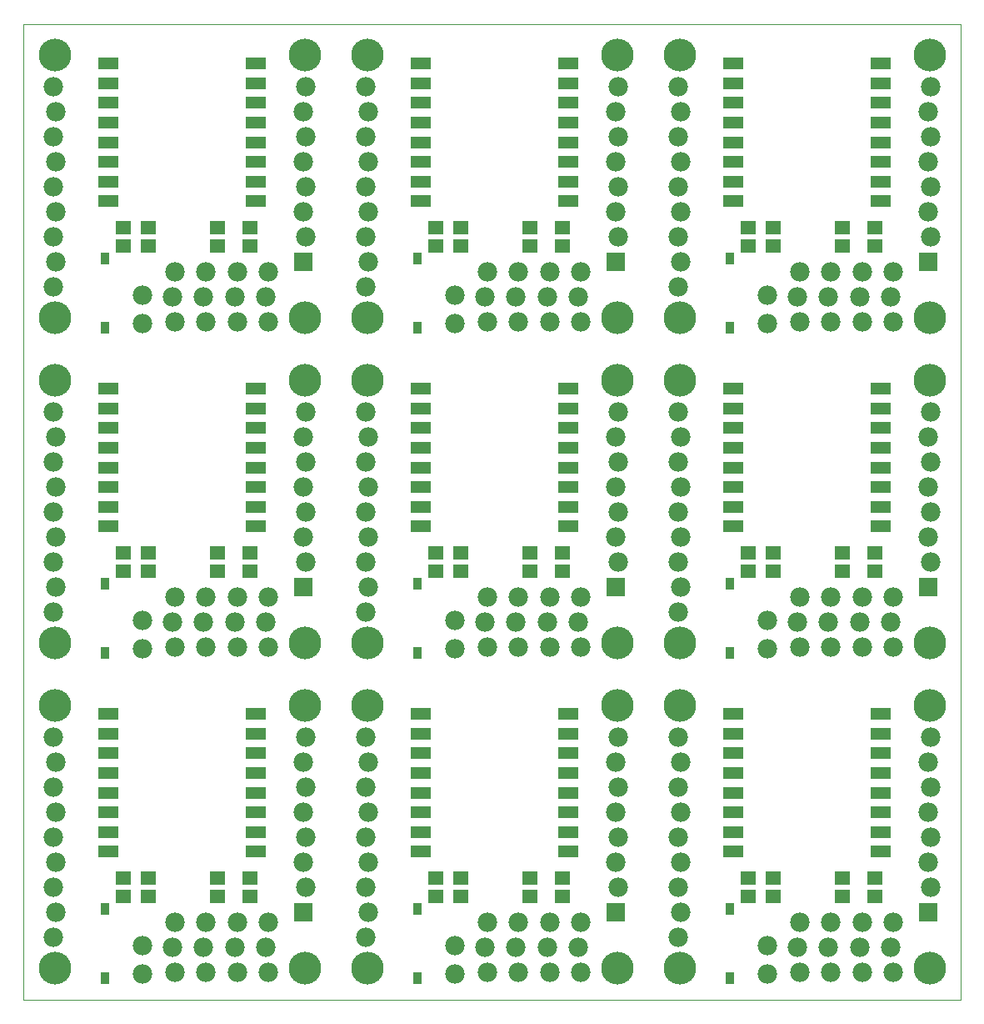
<source format=gts>
G75*
%MOIN*%
%OFA0B0*%
%FSLAX25Y25*%
%IPPOS*%
%LPD*%
%AMOC8*
5,1,8,0,0,1.08239X$1,22.5*
%
%ADD10C,0.00000*%
%ADD11R,0.07800X0.07800*%
%ADD12C,0.07800*%
%ADD13R,0.06306X0.05518*%
%ADD14R,0.03550X0.05124*%
%ADD15R,0.08274X0.05124*%
%ADD16C,0.13061*%
D10*
X0001000Y0001287D02*
X0376000Y0001287D01*
X0376000Y0391287D01*
X0001000Y0391287D01*
X0001000Y0001287D01*
D11*
X0113000Y0036287D03*
X0113000Y0166287D03*
X0113000Y0296287D03*
X0238000Y0296287D03*
X0363000Y0296287D03*
X0363000Y0166287D03*
X0238000Y0166287D03*
X0238000Y0036287D03*
X0363000Y0036287D03*
D12*
X0364000Y0046287D03*
X0363000Y0056287D03*
X0364000Y0066287D03*
X0363000Y0076287D03*
X0364000Y0086287D03*
X0363000Y0096287D03*
X0364000Y0106287D03*
X0349000Y0142287D03*
X0348000Y0152287D03*
X0349000Y0162287D03*
X0336500Y0162287D03*
X0335500Y0152287D03*
X0336500Y0142287D03*
X0324000Y0142287D03*
X0323000Y0152287D03*
X0324000Y0162287D03*
X0311500Y0162287D03*
X0310500Y0152287D03*
X0311500Y0142287D03*
X0298500Y0141587D03*
X0298500Y0152987D03*
X0264000Y0166287D03*
X0263000Y0176287D03*
X0264000Y0186287D03*
X0263000Y0196287D03*
X0264000Y0206287D03*
X0263000Y0216287D03*
X0264000Y0226287D03*
X0263000Y0236287D03*
X0239000Y0236287D03*
X0238000Y0226287D03*
X0239000Y0216287D03*
X0238000Y0206287D03*
X0239000Y0196287D03*
X0238000Y0186287D03*
X0239000Y0176287D03*
X0224000Y0162287D03*
X0223000Y0152287D03*
X0224000Y0142287D03*
X0211500Y0142287D03*
X0210500Y0152287D03*
X0211500Y0162287D03*
X0199000Y0162287D03*
X0198000Y0152287D03*
X0199000Y0142287D03*
X0186500Y0142287D03*
X0185500Y0152287D03*
X0186500Y0162287D03*
X0173500Y0152987D03*
X0173500Y0141587D03*
X0138000Y0156287D03*
X0139000Y0166287D03*
X0138000Y0176287D03*
X0139000Y0186287D03*
X0138000Y0196287D03*
X0139000Y0206287D03*
X0138000Y0216287D03*
X0139000Y0226287D03*
X0138000Y0236287D03*
X0114000Y0236287D03*
X0113000Y0226287D03*
X0114000Y0216287D03*
X0113000Y0206287D03*
X0114000Y0196287D03*
X0113000Y0186287D03*
X0114000Y0176287D03*
X0099000Y0162287D03*
X0098000Y0152287D03*
X0099000Y0142287D03*
X0086500Y0142287D03*
X0085500Y0152287D03*
X0086500Y0162287D03*
X0074000Y0162287D03*
X0073000Y0152287D03*
X0074000Y0142287D03*
X0061500Y0142287D03*
X0060500Y0152287D03*
X0061500Y0162287D03*
X0048500Y0152987D03*
X0048500Y0141587D03*
X0013000Y0156287D03*
X0014000Y0166287D03*
X0013000Y0176287D03*
X0014000Y0186287D03*
X0013000Y0196287D03*
X0014000Y0206287D03*
X0013000Y0216287D03*
X0014000Y0226287D03*
X0013000Y0236287D03*
X0048500Y0271587D03*
X0048500Y0282987D03*
X0060500Y0282287D03*
X0061500Y0272287D03*
X0074000Y0272287D03*
X0073000Y0282287D03*
X0074000Y0292287D03*
X0061500Y0292287D03*
X0086500Y0292287D03*
X0085500Y0282287D03*
X0086500Y0272287D03*
X0098000Y0282287D03*
X0099000Y0272287D03*
X0099000Y0292287D03*
X0114000Y0306287D03*
X0113000Y0316287D03*
X0114000Y0326287D03*
X0113000Y0336287D03*
X0114000Y0346287D03*
X0113000Y0356287D03*
X0114000Y0366287D03*
X0138000Y0366287D03*
X0139000Y0356287D03*
X0138000Y0346287D03*
X0139000Y0336287D03*
X0138000Y0326287D03*
X0139000Y0316287D03*
X0138000Y0306287D03*
X0139000Y0296287D03*
X0138000Y0286287D03*
X0173500Y0282987D03*
X0173500Y0271587D03*
X0186500Y0272287D03*
X0185500Y0282287D03*
X0186500Y0292287D03*
X0199000Y0292287D03*
X0198000Y0282287D03*
X0199000Y0272287D03*
X0210500Y0282287D03*
X0211500Y0272287D03*
X0224000Y0272287D03*
X0223000Y0282287D03*
X0224000Y0292287D03*
X0211500Y0292287D03*
X0239000Y0306287D03*
X0238000Y0316287D03*
X0239000Y0326287D03*
X0238000Y0336287D03*
X0239000Y0346287D03*
X0238000Y0356287D03*
X0239000Y0366287D03*
X0263000Y0366287D03*
X0264000Y0356287D03*
X0263000Y0346287D03*
X0264000Y0336287D03*
X0263000Y0326287D03*
X0264000Y0316287D03*
X0263000Y0306287D03*
X0264000Y0296287D03*
X0263000Y0286287D03*
X0298500Y0282987D03*
X0298500Y0271587D03*
X0311500Y0272287D03*
X0310500Y0282287D03*
X0311500Y0292287D03*
X0324000Y0292287D03*
X0323000Y0282287D03*
X0324000Y0272287D03*
X0335500Y0282287D03*
X0336500Y0272287D03*
X0349000Y0272287D03*
X0348000Y0282287D03*
X0349000Y0292287D03*
X0336500Y0292287D03*
X0364000Y0306287D03*
X0363000Y0316287D03*
X0364000Y0326287D03*
X0363000Y0336287D03*
X0364000Y0346287D03*
X0363000Y0356287D03*
X0364000Y0366287D03*
X0364000Y0236287D03*
X0363000Y0226287D03*
X0364000Y0216287D03*
X0363000Y0206287D03*
X0364000Y0196287D03*
X0363000Y0186287D03*
X0364000Y0176287D03*
X0264000Y0096287D03*
X0263000Y0086287D03*
X0264000Y0076287D03*
X0263000Y0066287D03*
X0264000Y0056287D03*
X0263000Y0046287D03*
X0264000Y0036287D03*
X0263000Y0026287D03*
X0239000Y0046287D03*
X0238000Y0056287D03*
X0239000Y0066287D03*
X0238000Y0076287D03*
X0239000Y0086287D03*
X0238000Y0096287D03*
X0239000Y0106287D03*
X0263000Y0106287D03*
X0263000Y0156287D03*
X0224000Y0032287D03*
X0223000Y0022287D03*
X0224000Y0012287D03*
X0211500Y0012287D03*
X0210500Y0022287D03*
X0211500Y0032287D03*
X0199000Y0032287D03*
X0198000Y0022287D03*
X0199000Y0012287D03*
X0186500Y0012287D03*
X0185500Y0022287D03*
X0186500Y0032287D03*
X0173500Y0022987D03*
X0173500Y0011587D03*
X0138000Y0026287D03*
X0139000Y0036287D03*
X0138000Y0046287D03*
X0139000Y0056287D03*
X0138000Y0066287D03*
X0139000Y0076287D03*
X0138000Y0086287D03*
X0139000Y0096287D03*
X0138000Y0106287D03*
X0114000Y0106287D03*
X0113000Y0096287D03*
X0114000Y0086287D03*
X0113000Y0076287D03*
X0114000Y0066287D03*
X0113000Y0056287D03*
X0114000Y0046287D03*
X0099000Y0032287D03*
X0098000Y0022287D03*
X0099000Y0012287D03*
X0086500Y0012287D03*
X0085500Y0022287D03*
X0086500Y0032287D03*
X0074000Y0032287D03*
X0073000Y0022287D03*
X0074000Y0012287D03*
X0061500Y0012287D03*
X0060500Y0022287D03*
X0061500Y0032287D03*
X0048500Y0022987D03*
X0048500Y0011587D03*
X0013000Y0026287D03*
X0014000Y0036287D03*
X0013000Y0046287D03*
X0014000Y0056287D03*
X0013000Y0066287D03*
X0014000Y0076287D03*
X0013000Y0086287D03*
X0014000Y0096287D03*
X0013000Y0106287D03*
X0013000Y0286287D03*
X0014000Y0296287D03*
X0013000Y0306287D03*
X0014000Y0316287D03*
X0013000Y0326287D03*
X0014000Y0336287D03*
X0013000Y0346287D03*
X0014000Y0356287D03*
X0013000Y0366287D03*
X0311500Y0032287D03*
X0310500Y0022287D03*
X0311500Y0012287D03*
X0324000Y0012287D03*
X0323000Y0022287D03*
X0324000Y0032287D03*
X0335500Y0022287D03*
X0336500Y0012287D03*
X0349000Y0012287D03*
X0348000Y0022287D03*
X0349000Y0032287D03*
X0336500Y0032287D03*
X0298500Y0022987D03*
X0298500Y0011587D03*
D13*
X0301000Y0042547D03*
X0301000Y0050028D03*
X0291000Y0050028D03*
X0291000Y0042547D03*
X0328500Y0042547D03*
X0328500Y0050028D03*
X0341500Y0050028D03*
X0341500Y0042547D03*
X0216500Y0042547D03*
X0216500Y0050028D03*
X0203500Y0050028D03*
X0203500Y0042547D03*
X0176000Y0042547D03*
X0176000Y0050028D03*
X0166000Y0050028D03*
X0166000Y0042547D03*
X0091500Y0042547D03*
X0091500Y0050028D03*
X0078500Y0050028D03*
X0078500Y0042547D03*
X0051000Y0042547D03*
X0051000Y0050028D03*
X0041000Y0050028D03*
X0041000Y0042547D03*
X0041000Y0172547D03*
X0041000Y0180028D03*
X0051000Y0180028D03*
X0051000Y0172547D03*
X0078500Y0172547D03*
X0078500Y0180028D03*
X0091500Y0180028D03*
X0091500Y0172547D03*
X0166000Y0172547D03*
X0166000Y0180028D03*
X0176000Y0180028D03*
X0176000Y0172547D03*
X0203500Y0172547D03*
X0203500Y0180028D03*
X0216500Y0180028D03*
X0216500Y0172547D03*
X0291000Y0172547D03*
X0291000Y0180028D03*
X0301000Y0180028D03*
X0301000Y0172547D03*
X0328500Y0172547D03*
X0328500Y0180028D03*
X0341500Y0180028D03*
X0341500Y0172547D03*
X0341500Y0302547D03*
X0341500Y0310028D03*
X0328500Y0310028D03*
X0328500Y0302547D03*
X0301000Y0302547D03*
X0301000Y0310028D03*
X0291000Y0310028D03*
X0291000Y0302547D03*
X0216500Y0302547D03*
X0216500Y0310028D03*
X0203500Y0310028D03*
X0203500Y0302547D03*
X0176000Y0302547D03*
X0176000Y0310028D03*
X0166000Y0310028D03*
X0166000Y0302547D03*
X0091500Y0302547D03*
X0091500Y0310028D03*
X0078500Y0310028D03*
X0078500Y0302547D03*
X0051000Y0302547D03*
X0051000Y0310028D03*
X0041000Y0310028D03*
X0041000Y0302547D03*
D14*
X0033500Y0297567D03*
X0033500Y0270008D03*
X0033500Y0167567D03*
X0033500Y0140008D03*
X0033500Y0037567D03*
X0033500Y0010008D03*
X0158500Y0010008D03*
X0158500Y0037567D03*
X0158500Y0140008D03*
X0158500Y0167567D03*
X0158500Y0270008D03*
X0158500Y0297567D03*
X0283500Y0297567D03*
X0283500Y0270008D03*
X0283500Y0167567D03*
X0283500Y0140008D03*
X0283500Y0037567D03*
X0283500Y0010008D03*
D15*
X0284972Y0060386D03*
X0284972Y0068260D03*
X0284972Y0076134D03*
X0284972Y0084008D03*
X0284972Y0091882D03*
X0284972Y0099756D03*
X0284972Y0107630D03*
X0284972Y0115504D03*
X0344028Y0115504D03*
X0344028Y0107630D03*
X0344028Y0099756D03*
X0344028Y0091882D03*
X0344028Y0084008D03*
X0344028Y0076134D03*
X0344028Y0068260D03*
X0344028Y0060386D03*
X0219028Y0060386D03*
X0219028Y0068260D03*
X0219028Y0076134D03*
X0219028Y0084008D03*
X0219028Y0091882D03*
X0219028Y0099756D03*
X0219028Y0107630D03*
X0219028Y0115504D03*
X0159972Y0115504D03*
X0159972Y0107630D03*
X0159972Y0099756D03*
X0159972Y0091882D03*
X0159972Y0084008D03*
X0159972Y0076134D03*
X0159972Y0068260D03*
X0159972Y0060386D03*
X0094028Y0060386D03*
X0094028Y0068260D03*
X0094028Y0076134D03*
X0094028Y0084008D03*
X0094028Y0091882D03*
X0094028Y0099756D03*
X0094028Y0107630D03*
X0094028Y0115504D03*
X0034972Y0115504D03*
X0034972Y0107630D03*
X0034972Y0099756D03*
X0034972Y0091882D03*
X0034972Y0084008D03*
X0034972Y0076134D03*
X0034972Y0068260D03*
X0034972Y0060386D03*
X0034972Y0190386D03*
X0034972Y0198260D03*
X0034972Y0206134D03*
X0034972Y0214008D03*
X0034972Y0221882D03*
X0034972Y0229756D03*
X0034972Y0237630D03*
X0034972Y0245504D03*
X0094028Y0245504D03*
X0094028Y0237630D03*
X0094028Y0229756D03*
X0094028Y0221882D03*
X0094028Y0214008D03*
X0094028Y0206134D03*
X0094028Y0198260D03*
X0094028Y0190386D03*
X0159972Y0190386D03*
X0159972Y0198260D03*
X0159972Y0206134D03*
X0159972Y0214008D03*
X0159972Y0221882D03*
X0159972Y0229756D03*
X0159972Y0237630D03*
X0159972Y0245504D03*
X0219028Y0245504D03*
X0219028Y0237630D03*
X0219028Y0229756D03*
X0219028Y0221882D03*
X0219028Y0214008D03*
X0219028Y0206134D03*
X0219028Y0198260D03*
X0219028Y0190386D03*
X0284972Y0190386D03*
X0284972Y0198260D03*
X0284972Y0206134D03*
X0284972Y0214008D03*
X0284972Y0221882D03*
X0284972Y0229756D03*
X0284972Y0237630D03*
X0284972Y0245504D03*
X0344028Y0245504D03*
X0344028Y0237630D03*
X0344028Y0229756D03*
X0344028Y0221882D03*
X0344028Y0214008D03*
X0344028Y0206134D03*
X0344028Y0198260D03*
X0344028Y0190386D03*
X0344028Y0320386D03*
X0344028Y0328260D03*
X0344028Y0336134D03*
X0344028Y0344008D03*
X0344028Y0351882D03*
X0344028Y0359756D03*
X0344028Y0367630D03*
X0344028Y0375504D03*
X0284972Y0375504D03*
X0284972Y0367630D03*
X0284972Y0359756D03*
X0284972Y0351882D03*
X0284972Y0344008D03*
X0284972Y0336134D03*
X0284972Y0328260D03*
X0284972Y0320386D03*
X0219028Y0320386D03*
X0219028Y0328260D03*
X0219028Y0336134D03*
X0219028Y0344008D03*
X0219028Y0351882D03*
X0219028Y0359756D03*
X0219028Y0367630D03*
X0219028Y0375504D03*
X0159972Y0375504D03*
X0159972Y0367630D03*
X0159972Y0359756D03*
X0159972Y0351882D03*
X0159972Y0344008D03*
X0159972Y0336134D03*
X0159972Y0328260D03*
X0159972Y0320386D03*
X0094028Y0320386D03*
X0094028Y0328260D03*
X0094028Y0336134D03*
X0094028Y0344008D03*
X0094028Y0351882D03*
X0094028Y0359756D03*
X0094028Y0367630D03*
X0094028Y0375504D03*
X0034972Y0375504D03*
X0034972Y0367630D03*
X0034972Y0359756D03*
X0034972Y0351882D03*
X0034972Y0344008D03*
X0034972Y0336134D03*
X0034972Y0328260D03*
X0034972Y0320386D03*
D16*
X0013500Y0273787D03*
X0013500Y0248787D03*
X0113500Y0248787D03*
X0138500Y0248787D03*
X0138500Y0273787D03*
X0113500Y0273787D03*
X0113500Y0378787D03*
X0138500Y0378787D03*
X0238500Y0378787D03*
X0263500Y0378787D03*
X0363500Y0378787D03*
X0363500Y0273787D03*
X0363500Y0248787D03*
X0263500Y0248787D03*
X0238500Y0248787D03*
X0238500Y0273787D03*
X0263500Y0273787D03*
X0263500Y0143787D03*
X0263500Y0118787D03*
X0238500Y0118787D03*
X0238500Y0143787D03*
X0138500Y0143787D03*
X0138500Y0118787D03*
X0113500Y0118787D03*
X0113500Y0143787D03*
X0013500Y0143787D03*
X0013500Y0118787D03*
X0013500Y0013787D03*
X0113500Y0013787D03*
X0138500Y0013787D03*
X0238500Y0013787D03*
X0263500Y0013787D03*
X0363500Y0013787D03*
X0363500Y0118787D03*
X0363500Y0143787D03*
X0013500Y0378787D03*
M02*

</source>
